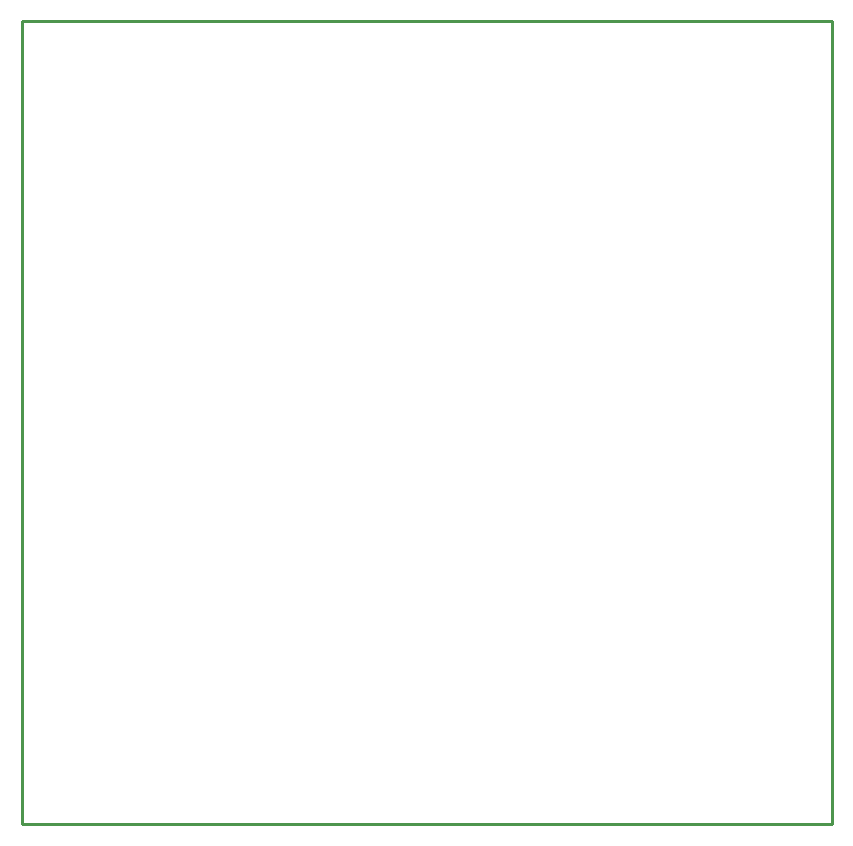
<source format=gko>
G04 Layer: BoardOutlineLayer*
G04 EasyEDA v6.5.23, 2023-06-30 18:48:12*
G04 ce63e0724e664fe1a00c4e868be84300,cc60af95848b4e47b89df648a6ada5ad,10*
G04 Gerber Generator version 0.2*
G04 Scale: 100 percent, Rotated: No, Reflected: No *
G04 Dimensions in millimeters *
G04 leading zeros omitted , absolute positions ,4 integer and 5 decimal *
%FSLAX45Y45*%
%MOMM*%

%ADD10C,0.2540*%
D10*
X14226Y6814058D02*
G01*
X6870700Y6814058D01*
X6870700Y13970D01*
X14226Y13970D01*
X14226Y6814058D01*

%LPD*%
M02*

</source>
